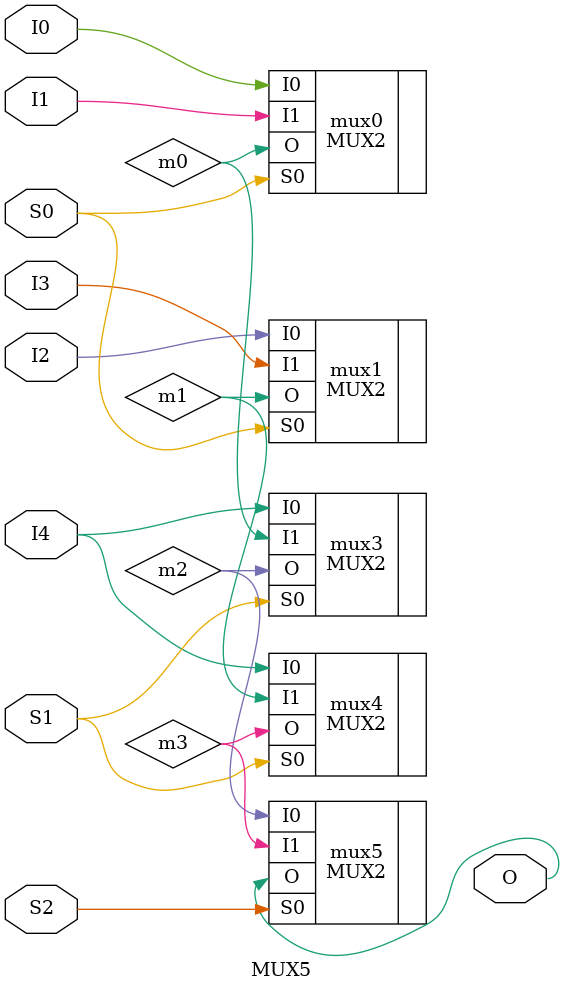
<source format=v>
`ifndef VPR_MUXES_LOGIC_MUX5
`define VPR_MUXES_LOGIC_MUX5

`include "../mux2/mux2.sim.v"

module MUX5(I0, I1, I2, I3, I4, S0, S1, S2, O);
	input wire I0;
	input wire I1;
	input wire I2;
	input wire I3;
	input wire I4;
	input wire S0;
	input wire S1;
	input wire S2;
	output wire O;

	wire m0;
	wire m1;
	wire m2;
	wire m3;

	MUX2 mux0    (.I0(I0), .I1(I1), .S0(S0), .O(m0));
	MUX2 mux1    (.I0(I2), .I1(I3), .S0(S0), .O(m1));

	MUX2 mux3    (.I0(I4), .I1(m0), .S0(S1), .O(m2));
	MUX2 mux4    (.I0(I4), .I1(m1), .S0(S1), .O(m3));

	MUX2 mux5    (.I0(m2), .I1(m3), .S0(S2), .O(O));
endmodule

`endif

</source>
